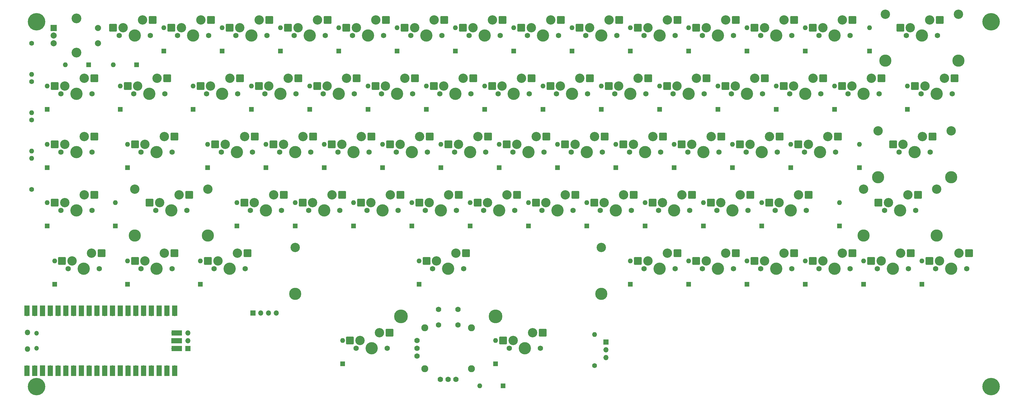
<source format=gbs>
%TF.GenerationSoftware,KiCad,Pcbnew,(6.0.5)*%
%TF.CreationDate,2022-06-12T15:49:35-04:00*%
%TF.ProjectId,pico_keyboard_v1,7069636f-5f6b-4657-9962-6f6172645f76,rev?*%
%TF.SameCoordinates,Original*%
%TF.FileFunction,Soldermask,Bot*%
%TF.FilePolarity,Negative*%
%FSLAX46Y46*%
G04 Gerber Fmt 4.6, Leading zero omitted, Abs format (unit mm)*
G04 Created by KiCad (PCBNEW (6.0.5)) date 2022-06-12 15:49:35*
%MOMM*%
%LPD*%
G01*
G04 APERTURE LIST*
G04 Aperture macros list*
%AMRoundRect*
0 Rectangle with rounded corners*
0 $1 Rounding radius*
0 $2 $3 $4 $5 $6 $7 $8 $9 X,Y pos of 4 corners*
0 Add a 4 corners polygon primitive as box body*
4,1,4,$2,$3,$4,$5,$6,$7,$8,$9,$2,$3,0*
0 Add four circle primitives for the rounded corners*
1,1,$1+$1,$2,$3*
1,1,$1+$1,$4,$5*
1,1,$1+$1,$6,$7*
1,1,$1+$1,$8,$9*
0 Add four rect primitives between the rounded corners*
20,1,$1+$1,$2,$3,$4,$5,0*
20,1,$1+$1,$4,$5,$6,$7,0*
20,1,$1+$1,$6,$7,$8,$9,0*
20,1,$1+$1,$8,$9,$2,$3,0*%
G04 Aperture macros list end*
%ADD10C,4.500000*%
%ADD11C,5.700000*%
%ADD12C,3.048000*%
%ADD13C,3.987800*%
%ADD14O,1.800000X1.800000*%
%ADD15O,1.500000X1.500000*%
%ADD16O,1.700000X1.700000*%
%ADD17R,1.700000X3.500000*%
%ADD18R,1.700000X1.700000*%
%ADD19R,3.500000X1.700000*%
%ADD20C,1.778000*%
%ADD21C,2.286000*%
%ADD22C,1.750000*%
%ADD23C,4.000000*%
%ADD24C,3.050000*%
%ADD25RoundRect,0.250000X-1.025000X-1.000000X1.025000X-1.000000X1.025000X1.000000X-1.025000X1.000000X0*%
%ADD26R,2.000000X2.000000*%
%ADD27C,2.000000*%
%ADD28C,3.200000*%
%ADD29C,1.600000*%
%ADD30O,1.600000X1.600000*%
%ADD31R,1.600000X1.600000*%
G04 APERTURE END LIST*
D10*
X204950000Y-181300000D03*
X174000000Y-181300000D03*
D11*
X55000000Y-204250000D03*
X366800000Y-204250000D03*
X366800000Y-85000000D03*
X55000000Y-85000000D03*
D12*
X139468750Y-158740000D03*
X239468750Y-158740000D03*
D13*
X139468750Y-173950000D03*
X239468750Y-173950000D03*
D12*
X325168250Y-139690000D03*
X349044250Y-139690000D03*
D13*
X325168250Y-154900000D03*
X349044250Y-154900000D03*
D12*
X87043250Y-139690000D03*
X110919250Y-139690000D03*
D13*
X87043250Y-154900000D03*
X110919250Y-154900000D03*
D12*
X329930750Y-120640000D03*
X353806750Y-120640000D03*
D13*
X329930750Y-135850000D03*
X353806750Y-135850000D03*
D12*
X332312000Y-82540000D03*
X356188000Y-82540000D03*
D13*
X332312000Y-97750000D03*
X356188000Y-97750000D03*
D14*
X52000000Y-191975000D03*
X52000000Y-186525000D03*
D15*
X55030000Y-186825000D03*
X55030000Y-191675000D03*
D16*
X51870000Y-180360000D03*
D17*
X51870000Y-179460000D03*
D16*
X54410000Y-180360000D03*
D17*
X54410000Y-179460000D03*
X56950000Y-179460000D03*
D18*
X56950000Y-180360000D03*
D16*
X59490000Y-180360000D03*
D17*
X59490000Y-179460000D03*
D16*
X62030000Y-180360000D03*
D17*
X62030000Y-179460000D03*
D16*
X64570000Y-180360000D03*
D17*
X64570000Y-179460000D03*
X67110000Y-179460000D03*
D16*
X67110000Y-180360000D03*
D18*
X69650000Y-180360000D03*
D17*
X69650000Y-179460000D03*
X72190000Y-179460000D03*
D16*
X72190000Y-180360000D03*
X74730000Y-180360000D03*
D17*
X74730000Y-179460000D03*
X77270000Y-179460000D03*
D16*
X77270000Y-180360000D03*
X79810000Y-180360000D03*
D17*
X79810000Y-179460000D03*
D18*
X82350000Y-180360000D03*
D17*
X82350000Y-179460000D03*
X84890000Y-179460000D03*
D16*
X84890000Y-180360000D03*
X87430000Y-180360000D03*
D17*
X87430000Y-179460000D03*
X89970000Y-179460000D03*
D16*
X89970000Y-180360000D03*
D17*
X92510000Y-179460000D03*
D16*
X92510000Y-180360000D03*
D17*
X95050000Y-179460000D03*
D18*
X95050000Y-180360000D03*
D16*
X97590000Y-180360000D03*
D17*
X97590000Y-179460000D03*
X100130000Y-179460000D03*
D16*
X100130000Y-180360000D03*
D17*
X100130000Y-199040000D03*
D16*
X100130000Y-198140000D03*
D17*
X97590000Y-199040000D03*
D16*
X97590000Y-198140000D03*
D17*
X95050000Y-199040000D03*
D18*
X95050000Y-198140000D03*
D16*
X92510000Y-198140000D03*
D17*
X92510000Y-199040000D03*
X89970000Y-199040000D03*
D16*
X89970000Y-198140000D03*
D17*
X87430000Y-199040000D03*
D16*
X87430000Y-198140000D03*
X84890000Y-198140000D03*
D17*
X84890000Y-199040000D03*
D18*
X82350000Y-198140000D03*
D17*
X82350000Y-199040000D03*
D16*
X79810000Y-198140000D03*
D17*
X79810000Y-199040000D03*
X77270000Y-199040000D03*
D16*
X77270000Y-198140000D03*
X74730000Y-198140000D03*
D17*
X74730000Y-199040000D03*
D16*
X72190000Y-198140000D03*
D17*
X72190000Y-199040000D03*
X69650000Y-199040000D03*
D18*
X69650000Y-198140000D03*
D17*
X67110000Y-199040000D03*
D16*
X67110000Y-198140000D03*
D17*
X64570000Y-199040000D03*
D16*
X64570000Y-198140000D03*
X62030000Y-198140000D03*
D17*
X62030000Y-199040000D03*
X59490000Y-199040000D03*
D16*
X59490000Y-198140000D03*
D17*
X56950000Y-199040000D03*
D18*
X56950000Y-198140000D03*
D17*
X54410000Y-199040000D03*
D16*
X54410000Y-198140000D03*
X51870000Y-198140000D03*
D17*
X51870000Y-199040000D03*
D19*
X100800000Y-186710000D03*
D16*
X99900000Y-186710000D03*
D18*
X99900000Y-189250000D03*
D19*
X100800000Y-189250000D03*
D16*
X99900000Y-191790000D03*
D19*
X100800000Y-191790000D03*
D20*
X186293750Y-179025000D03*
X192643750Y-179025000D03*
X186293750Y-184105000D03*
X192643750Y-184105000D03*
X186928750Y-201885000D03*
X189468750Y-201885000D03*
X192008750Y-201885000D03*
D21*
X181848750Y-185057500D03*
X181848750Y-198392500D03*
X197088750Y-198392500D03*
X197088750Y-185057500D03*
D20*
X179308750Y-189185000D03*
X179308750Y-191725000D03*
X179308750Y-194265000D03*
D22*
X358855000Y-165725000D03*
D23*
X353775000Y-165725000D03*
D24*
X349965000Y-163185000D03*
X356315000Y-160645000D03*
D22*
X348695000Y-165725000D03*
D25*
X346690000Y-163185000D03*
X359617000Y-160645000D03*
D22*
X73105000Y-108575000D03*
D23*
X68025000Y-108575000D03*
D24*
X64215000Y-106035000D03*
X70565000Y-103495000D03*
D22*
X62945000Y-108575000D03*
D25*
X60940000Y-106035000D03*
X73867000Y-103495000D03*
D24*
X351552500Y-103495000D03*
D22*
X343932500Y-108575000D03*
D24*
X345202500Y-106035000D03*
D23*
X349012500Y-108575000D03*
D22*
X354092500Y-108575000D03*
D25*
X341927500Y-106035000D03*
X354854500Y-103495000D03*
D22*
X339170000Y-89525000D03*
D24*
X340440000Y-86985000D03*
D23*
X344250000Y-89525000D03*
D24*
X346790000Y-84445000D03*
D22*
X349330000Y-89525000D03*
D25*
X337165000Y-86985000D03*
X350092000Y-84445000D03*
D22*
X339805000Y-165725000D03*
D23*
X334725000Y-165725000D03*
D24*
X330915000Y-163185000D03*
X337265000Y-160645000D03*
D22*
X329645000Y-165725000D03*
D25*
X327640000Y-163185000D03*
X340567000Y-160645000D03*
D22*
X320755000Y-165725000D03*
D23*
X315675000Y-165725000D03*
D24*
X311865000Y-163185000D03*
X318215000Y-160645000D03*
D22*
X310595000Y-165725000D03*
D25*
X308590000Y-163185000D03*
X321517000Y-160645000D03*
D24*
X338058750Y-125085000D03*
D22*
X336788750Y-127625000D03*
D24*
X344408750Y-122545000D03*
D22*
X346948750Y-127625000D03*
D23*
X341868750Y-127625000D03*
D25*
X334783750Y-125085000D03*
X347710750Y-122545000D03*
D22*
X330280000Y-108575000D03*
D23*
X325200000Y-108575000D03*
D24*
X321390000Y-106035000D03*
X327740000Y-103495000D03*
D22*
X320120000Y-108575000D03*
D25*
X318115000Y-106035000D03*
X331042000Y-103495000D03*
D22*
X320755000Y-89525000D03*
D23*
X315675000Y-89525000D03*
D24*
X311865000Y-86985000D03*
X318215000Y-84445000D03*
D22*
X310595000Y-89525000D03*
D25*
X308590000Y-86985000D03*
X321517000Y-84445000D03*
D22*
X301705000Y-165725000D03*
D23*
X296625000Y-165725000D03*
D24*
X292815000Y-163185000D03*
X299165000Y-160645000D03*
D22*
X291545000Y-165725000D03*
D25*
X289540000Y-163185000D03*
X302467000Y-160645000D03*
D23*
X337106250Y-146675000D03*
D22*
X342186250Y-146675000D03*
D24*
X339646250Y-141595000D03*
X333296250Y-144135000D03*
D22*
X332026250Y-146675000D03*
D25*
X330021250Y-144135000D03*
X342948250Y-141595000D03*
D22*
X315992500Y-127625000D03*
D23*
X310912500Y-127625000D03*
D24*
X307102500Y-125085000D03*
X313452500Y-122545000D03*
D22*
X305832500Y-127625000D03*
D25*
X303827500Y-125085000D03*
X316754500Y-122545000D03*
D22*
X311230000Y-108575000D03*
D23*
X306150000Y-108575000D03*
D24*
X302340000Y-106035000D03*
X308690000Y-103495000D03*
D22*
X301070000Y-108575000D03*
D25*
X299065000Y-106035000D03*
X311992000Y-103495000D03*
D22*
X301705000Y-89525000D03*
D23*
X296625000Y-89525000D03*
D24*
X292815000Y-86985000D03*
X299165000Y-84445000D03*
D22*
X291545000Y-89525000D03*
D25*
X289540000Y-86985000D03*
X302467000Y-84445000D03*
D22*
X73105000Y-146675000D03*
D23*
X68025000Y-146675000D03*
D24*
X64215000Y-144135000D03*
X70565000Y-141595000D03*
D22*
X62945000Y-146675000D03*
D25*
X60940000Y-144135000D03*
X73867000Y-141595000D03*
D22*
X306467500Y-146675000D03*
D23*
X301387500Y-146675000D03*
D24*
X297577500Y-144135000D03*
X303927500Y-141595000D03*
D22*
X296307500Y-146675000D03*
D25*
X294302500Y-144135000D03*
X307229500Y-141595000D03*
D22*
X296942500Y-127625000D03*
D23*
X291862500Y-127625000D03*
D24*
X288052500Y-125085000D03*
X294402500Y-122545000D03*
D22*
X286782500Y-127625000D03*
D25*
X284777500Y-125085000D03*
X297704500Y-122545000D03*
D22*
X292180000Y-108575000D03*
D23*
X287100000Y-108575000D03*
D24*
X283290000Y-106035000D03*
X289640000Y-103495000D03*
D22*
X282020000Y-108575000D03*
D25*
X280015000Y-106035000D03*
X292942000Y-103495000D03*
D22*
X282655000Y-89525000D03*
D23*
X277575000Y-89525000D03*
D24*
X273765000Y-86985000D03*
X280115000Y-84445000D03*
D22*
X272495000Y-89525000D03*
D25*
X270490000Y-86985000D03*
X283417000Y-84445000D03*
D22*
X282655000Y-165725000D03*
D23*
X277575000Y-165725000D03*
D24*
X273765000Y-163185000D03*
X280115000Y-160645000D03*
D22*
X272495000Y-165725000D03*
D25*
X270490000Y-163185000D03*
X283417000Y-160645000D03*
D22*
X287417500Y-146675000D03*
D23*
X282337500Y-146675000D03*
D24*
X278527500Y-144135000D03*
X284877500Y-141595000D03*
D22*
X277257500Y-146675000D03*
D25*
X275252500Y-144135000D03*
X288179500Y-141595000D03*
D22*
X277892500Y-127625000D03*
D23*
X272812500Y-127625000D03*
D24*
X269002500Y-125085000D03*
X275352500Y-122545000D03*
D22*
X267732500Y-127625000D03*
D25*
X265727500Y-125085000D03*
X278654500Y-122545000D03*
D22*
X273130000Y-108575000D03*
D23*
X268050000Y-108575000D03*
D24*
X264240000Y-106035000D03*
X270590000Y-103495000D03*
D22*
X262970000Y-108575000D03*
D25*
X260965000Y-106035000D03*
X273892000Y-103495000D03*
D22*
X263605000Y-89525000D03*
D23*
X258525000Y-89525000D03*
D24*
X254715000Y-86985000D03*
X261065000Y-84445000D03*
D22*
X253445000Y-89525000D03*
D25*
X251440000Y-86985000D03*
X264367000Y-84445000D03*
D22*
X263604999Y-165725000D03*
D23*
X258524999Y-165725000D03*
D24*
X254714999Y-163185000D03*
X261064999Y-160645000D03*
D22*
X253444999Y-165725000D03*
D25*
X251439999Y-163185000D03*
X264366999Y-160645000D03*
D22*
X268367500Y-146675000D03*
D23*
X263287500Y-146675000D03*
D24*
X259477500Y-144135000D03*
X265827500Y-141595000D03*
D22*
X258207500Y-146675000D03*
D25*
X256202500Y-144135000D03*
X269129500Y-141595000D03*
D22*
X258842500Y-127625000D03*
D23*
X253762500Y-127625000D03*
D24*
X249952500Y-125085000D03*
X256302500Y-122545000D03*
D22*
X248682500Y-127625000D03*
D25*
X246677500Y-125085000D03*
X259604500Y-122545000D03*
D22*
X254080000Y-108575000D03*
D23*
X249000000Y-108575000D03*
D24*
X245190000Y-106035000D03*
X251540000Y-103495000D03*
D22*
X243920000Y-108575000D03*
D25*
X241915000Y-106035000D03*
X254842000Y-103495000D03*
D22*
X244555000Y-89525000D03*
D23*
X239475000Y-89525000D03*
D24*
X235665000Y-86985000D03*
X242015000Y-84445000D03*
D22*
X234395000Y-89525000D03*
D25*
X232390000Y-86985000D03*
X245317000Y-84445000D03*
D22*
X249317500Y-146675000D03*
D23*
X244237500Y-146675000D03*
D24*
X240427500Y-144135000D03*
X246777500Y-141595000D03*
D22*
X239157500Y-146675000D03*
D25*
X237152500Y-144135000D03*
X250079500Y-141595000D03*
D22*
X239792500Y-127625000D03*
D23*
X234712500Y-127625000D03*
D24*
X230902500Y-125085000D03*
X237252500Y-122545000D03*
D22*
X229632500Y-127625000D03*
D25*
X227627500Y-125085000D03*
X240554500Y-122545000D03*
D22*
X235030000Y-108575000D03*
D23*
X229950000Y-108575000D03*
D24*
X226140000Y-106035000D03*
X232490000Y-103495000D03*
D22*
X224870000Y-108575000D03*
D25*
X222865000Y-106035000D03*
X235792000Y-103495000D03*
D22*
X225505000Y-89525000D03*
D23*
X220425000Y-89525000D03*
D24*
X216615000Y-86985000D03*
X222965000Y-84445000D03*
D22*
X215345000Y-89525000D03*
D25*
X213340000Y-86985000D03*
X226267000Y-84445000D03*
D22*
X219548750Y-191725000D03*
D23*
X214468750Y-191725000D03*
D24*
X210658750Y-189185000D03*
X217008750Y-186645000D03*
D22*
X209388750Y-191725000D03*
D25*
X207383750Y-189185000D03*
X220310750Y-186645000D03*
D22*
X230267500Y-146675000D03*
D23*
X225187500Y-146675000D03*
D24*
X221377500Y-144135000D03*
X227727500Y-141595000D03*
D22*
X220107500Y-146675000D03*
D25*
X218102500Y-144135000D03*
X231029500Y-141595000D03*
D22*
X220742500Y-127625000D03*
D23*
X215662500Y-127625000D03*
D24*
X211852500Y-125085000D03*
X218202500Y-122545000D03*
D22*
X210582500Y-127625000D03*
D25*
X208577500Y-125085000D03*
X221504500Y-122545000D03*
D22*
X215980000Y-108575000D03*
D23*
X210900000Y-108575000D03*
D24*
X207090000Y-106035000D03*
X213440000Y-103495000D03*
D22*
X205820000Y-108575000D03*
D25*
X203815000Y-106035000D03*
X216742000Y-103495000D03*
D22*
X206455000Y-89525000D03*
D23*
X201375000Y-89525000D03*
D24*
X197565000Y-86985000D03*
X203915000Y-84445000D03*
D22*
X196295000Y-89525000D03*
D25*
X194290000Y-86985000D03*
X207217000Y-84445000D03*
D24*
X192008750Y-160645000D03*
D23*
X189468750Y-165725000D03*
D22*
X184388750Y-165725000D03*
D24*
X185658750Y-163185000D03*
D22*
X194548750Y-165725000D03*
D25*
X182383750Y-163185000D03*
X195310750Y-160645000D03*
D22*
X211217500Y-146675000D03*
D23*
X206137500Y-146675000D03*
D24*
X202327500Y-144135000D03*
X208677500Y-141595000D03*
D22*
X201057500Y-146675000D03*
D25*
X199052500Y-144135000D03*
X211979500Y-141595000D03*
D22*
X201692500Y-127625000D03*
D23*
X196612500Y-127625000D03*
D24*
X192802500Y-125085000D03*
X199152500Y-122545000D03*
D22*
X191532500Y-127625000D03*
D25*
X189527500Y-125085000D03*
X202454500Y-122545000D03*
D22*
X196930000Y-108575000D03*
D23*
X191850000Y-108575000D03*
D24*
X188040000Y-106035000D03*
X194390000Y-103495000D03*
D22*
X186770000Y-108575000D03*
D25*
X184765000Y-106035000D03*
X197692000Y-103495000D03*
D22*
X187405000Y-89525000D03*
D23*
X182325000Y-89525000D03*
D24*
X178515000Y-86985000D03*
X184865000Y-84445000D03*
D22*
X177245000Y-89525000D03*
D25*
X175240000Y-86985000D03*
X188167000Y-84445000D03*
D22*
X73105000Y-127625000D03*
D23*
X68025000Y-127625000D03*
D24*
X64215000Y-125085000D03*
X70565000Y-122545000D03*
D22*
X62945000Y-127625000D03*
D25*
X60940000Y-125085000D03*
X73867000Y-122545000D03*
D22*
X192167500Y-146675000D03*
D23*
X187087500Y-146675000D03*
D24*
X183277500Y-144135000D03*
X189627500Y-141595000D03*
D22*
X182007500Y-146675000D03*
D25*
X180002500Y-144135000D03*
X192929500Y-141595000D03*
D22*
X182642500Y-127625000D03*
D23*
X177562500Y-127625000D03*
D24*
X173752500Y-125085000D03*
X180102500Y-122545000D03*
D22*
X172482500Y-127625000D03*
D25*
X170477500Y-125085000D03*
X183404500Y-122545000D03*
D22*
X177880000Y-108575000D03*
D23*
X172800000Y-108575000D03*
D24*
X168990000Y-106035000D03*
X175340000Y-103495000D03*
D22*
X167720000Y-108575000D03*
D25*
X165715000Y-106035000D03*
X178642000Y-103495000D03*
D22*
X168355000Y-89525000D03*
D23*
X163275000Y-89525000D03*
D24*
X159465000Y-86985000D03*
X165815000Y-84445000D03*
D22*
X158195000Y-89525000D03*
D25*
X156190000Y-86985000D03*
X169117000Y-84445000D03*
D22*
X169548750Y-191725000D03*
D23*
X164468750Y-191725000D03*
D24*
X160658750Y-189185000D03*
X167008750Y-186645000D03*
D22*
X159388750Y-191725000D03*
D25*
X157383750Y-189185000D03*
X170310750Y-186645000D03*
D22*
X173117500Y-146675000D03*
D23*
X168037500Y-146675000D03*
D24*
X164227500Y-144135000D03*
X170577500Y-141595000D03*
D22*
X162957500Y-146675000D03*
D25*
X160952500Y-144135000D03*
X173879500Y-141595000D03*
D22*
X163592500Y-127625000D03*
D23*
X158512500Y-127625000D03*
D24*
X154702500Y-125085000D03*
X161052500Y-122545000D03*
D22*
X153432500Y-127625000D03*
D25*
X151427500Y-125085000D03*
X164354500Y-122545000D03*
D22*
X158830000Y-108575000D03*
D23*
X153750000Y-108575000D03*
D24*
X149940000Y-106035000D03*
X156290000Y-103495000D03*
D22*
X148670000Y-108575000D03*
D25*
X146665000Y-106035000D03*
X159592000Y-103495000D03*
D22*
X149305000Y-89525000D03*
D23*
X144225000Y-89525000D03*
D24*
X140415000Y-86985000D03*
X146765000Y-84445000D03*
D22*
X139145000Y-89525000D03*
D25*
X137140000Y-86985000D03*
X150067000Y-84445000D03*
D22*
X123111250Y-165725000D03*
D23*
X118031250Y-165725000D03*
D24*
X120571250Y-160645000D03*
X114221250Y-163185000D03*
D22*
X112951250Y-165725000D03*
D25*
X110946250Y-163185000D03*
X123873250Y-160645000D03*
D22*
X154067500Y-146675000D03*
D23*
X148987500Y-146675000D03*
D24*
X145177500Y-144135000D03*
X151527500Y-141595000D03*
D22*
X143907500Y-146675000D03*
D25*
X141902500Y-144135000D03*
X154829500Y-141595000D03*
D22*
X144542500Y-127625000D03*
D23*
X139462500Y-127625000D03*
D24*
X135652500Y-125085000D03*
X142002500Y-122545000D03*
D22*
X134382500Y-127625000D03*
D25*
X132377500Y-125085000D03*
X145304500Y-122545000D03*
D22*
X139780000Y-108575000D03*
D23*
X134700000Y-108575000D03*
D24*
X130890000Y-106035000D03*
X137240000Y-103495000D03*
D22*
X129620000Y-108575000D03*
D25*
X127615000Y-106035000D03*
X140542000Y-103495000D03*
D22*
X130255000Y-89525000D03*
D23*
X125175000Y-89525000D03*
D24*
X121365000Y-86985000D03*
X127715000Y-84445000D03*
D22*
X120095000Y-89525000D03*
D25*
X118090000Y-86985000D03*
X131017000Y-84445000D03*
D22*
X99298750Y-165725000D03*
D23*
X94218750Y-165725000D03*
D24*
X96758750Y-160645000D03*
X90408750Y-163185000D03*
D22*
X89138750Y-165725000D03*
D25*
X87133750Y-163185000D03*
X100060750Y-160645000D03*
D22*
X135017500Y-146675000D03*
D23*
X129937500Y-146675000D03*
D24*
X126127500Y-144135000D03*
X132477500Y-141595000D03*
D22*
X124857500Y-146675000D03*
D25*
X122852500Y-144135000D03*
X135779500Y-141595000D03*
D22*
X125492500Y-127625000D03*
D23*
X120412500Y-127625000D03*
D24*
X116602500Y-125085000D03*
X122952500Y-122545000D03*
D22*
X115332500Y-127625000D03*
D25*
X113327500Y-125085000D03*
X126254500Y-122545000D03*
D22*
X120730000Y-108575000D03*
D23*
X115650000Y-108575000D03*
D24*
X111840000Y-106035000D03*
X118190000Y-103495000D03*
D22*
X110570000Y-108575000D03*
D25*
X108565000Y-106035000D03*
X121492000Y-103495000D03*
D22*
X111205000Y-89525000D03*
D23*
X106125000Y-89525000D03*
D24*
X102315000Y-86985000D03*
X108665000Y-84445000D03*
D22*
X101045000Y-89525000D03*
D25*
X99040000Y-86985000D03*
X111967000Y-84445000D03*
D22*
X75486250Y-165725000D03*
D23*
X70406250Y-165725000D03*
D24*
X72946250Y-160645000D03*
X66596250Y-163185000D03*
D22*
X65326250Y-165725000D03*
D25*
X63321250Y-163185000D03*
X76248250Y-160645000D03*
X104823250Y-141595000D03*
X91896250Y-144135000D03*
D23*
X98981250Y-146675000D03*
D22*
X104061250Y-146675000D03*
D24*
X101521250Y-141595000D03*
D22*
X93901250Y-146675000D03*
D24*
X95171250Y-144135000D03*
D23*
X94218750Y-127625000D03*
D22*
X99298750Y-127625000D03*
X89138750Y-127625000D03*
D24*
X96758750Y-122545000D03*
X90408750Y-125085000D03*
D25*
X87133750Y-125085000D03*
X100060750Y-122545000D03*
D24*
X94377500Y-103495000D03*
D22*
X86757500Y-108575000D03*
D24*
X88027500Y-106035000D03*
D23*
X91837500Y-108575000D03*
D22*
X96917500Y-108575000D03*
D25*
X84752500Y-106035000D03*
X97679500Y-103495000D03*
D22*
X92155000Y-89525000D03*
D23*
X87075000Y-89525000D03*
D24*
X83265000Y-86985000D03*
X89615000Y-84445000D03*
D22*
X81995000Y-89525000D03*
D25*
X79990000Y-86985000D03*
X92917000Y-84445000D03*
D26*
X60545000Y-87045000D03*
D27*
X60545000Y-92045000D03*
X60545000Y-89545000D03*
D28*
X68045000Y-83945000D03*
X68045000Y-95145000D03*
D27*
X75045000Y-92045000D03*
X75045000Y-87045000D03*
D29*
X237250000Y-197380000D03*
D30*
X237250000Y-187220000D03*
D29*
X53350000Y-92070000D03*
D30*
X53350000Y-102230000D03*
D29*
X53350000Y-104586666D03*
D30*
X53350000Y-114746666D03*
D29*
X53350000Y-117103332D03*
D30*
X53350000Y-127263332D03*
D29*
X53350000Y-139780000D03*
D30*
X53350000Y-129620000D03*
D18*
X241000000Y-189670000D03*
D16*
X241000000Y-192210000D03*
X241000000Y-194750000D03*
D18*
X104450000Y-191775000D03*
D16*
X104450000Y-189235000D03*
X104450000Y-186695000D03*
D18*
X125688750Y-180225000D03*
D16*
X128228750Y-180225000D03*
X130768750Y-180225000D03*
X133308750Y-180225000D03*
D31*
X344250000Y-170805000D03*
D30*
X344250000Y-163185000D03*
D31*
X58500000Y-113655000D03*
D30*
X58500000Y-106035000D03*
D31*
X339487500Y-113655000D03*
D30*
X339487500Y-106035000D03*
D31*
X327150000Y-94610000D03*
D30*
X327150000Y-86990000D03*
D31*
X325200000Y-170805000D03*
D30*
X325200000Y-163185000D03*
D31*
X306150000Y-170805000D03*
D30*
X306150000Y-163185000D03*
D31*
X323850000Y-132705000D03*
D30*
X323850000Y-125085000D03*
D31*
X315675000Y-113655000D03*
D30*
X315675000Y-106035000D03*
D31*
X306150000Y-94605000D03*
D30*
X306150000Y-86985000D03*
D31*
X287100000Y-170805000D03*
D30*
X287100000Y-163185000D03*
D31*
X317300000Y-151755000D03*
D30*
X317300000Y-144135000D03*
D31*
X301387500Y-132705000D03*
D30*
X301387500Y-125085000D03*
D31*
X296625000Y-113655000D03*
D30*
X296625000Y-106035000D03*
D31*
X287100000Y-94605000D03*
D30*
X287100000Y-86985000D03*
D31*
X58500000Y-151755000D03*
D30*
X58500000Y-144135000D03*
D31*
X291862500Y-151755000D03*
D30*
X291862500Y-144135000D03*
D31*
X282337500Y-132705000D03*
D30*
X282337500Y-125085000D03*
D31*
X277575000Y-113655000D03*
D30*
X277575000Y-106035000D03*
D31*
X268050000Y-94605000D03*
D30*
X268050000Y-86985000D03*
D31*
X268050000Y-170805000D03*
D30*
X268050000Y-163185000D03*
D31*
X272812500Y-151755000D03*
D30*
X272812500Y-144135000D03*
D31*
X263287500Y-132705000D03*
D30*
X263287500Y-125085000D03*
D31*
X258525000Y-113655000D03*
D30*
X258525000Y-106035000D03*
D31*
X249000000Y-94605000D03*
D30*
X249000000Y-86985000D03*
D31*
X248999999Y-170805000D03*
D30*
X248999999Y-163185000D03*
D31*
X253762500Y-151755000D03*
D30*
X253762500Y-144135000D03*
D31*
X244237500Y-132705000D03*
D30*
X244237500Y-125085000D03*
D31*
X239475000Y-113655000D03*
D30*
X239475000Y-106035000D03*
D31*
X229950000Y-94605000D03*
D30*
X229950000Y-86985000D03*
D31*
X234712500Y-151755000D03*
D30*
X234712500Y-144135000D03*
D31*
X225187500Y-132705000D03*
D30*
X225187500Y-125085000D03*
D31*
X220425000Y-113655000D03*
D30*
X220425000Y-106035000D03*
D31*
X210900000Y-94605000D03*
D30*
X210900000Y-86985000D03*
D31*
X204943750Y-196805000D03*
D30*
X204943750Y-189185000D03*
D31*
X215662500Y-151755000D03*
D30*
X215662500Y-144135000D03*
D31*
X206137500Y-132705000D03*
D30*
X206137500Y-125085000D03*
D31*
X201375000Y-113655000D03*
D30*
X201375000Y-106035000D03*
D31*
X191850000Y-94605000D03*
D30*
X191850000Y-86985000D03*
D31*
X179943750Y-170805000D03*
D30*
X179943750Y-163185000D03*
D31*
X196612500Y-151755000D03*
D30*
X196612500Y-144135000D03*
D31*
X187087500Y-132705000D03*
D30*
X187087500Y-125085000D03*
D31*
X182325000Y-113655000D03*
D30*
X182325000Y-106035000D03*
D31*
X172800000Y-94605000D03*
D30*
X172800000Y-86985000D03*
D31*
X58500000Y-132705000D03*
D30*
X58500000Y-125085000D03*
D31*
X177562500Y-151755000D03*
D30*
X177562500Y-144135000D03*
D31*
X168037500Y-132705000D03*
D30*
X168037500Y-125085000D03*
D31*
X163275000Y-113655000D03*
D30*
X163275000Y-106035000D03*
D31*
X153750000Y-94605000D03*
D30*
X153750000Y-86985000D03*
D31*
X154943750Y-196805000D03*
D30*
X154943750Y-189185000D03*
D31*
X158512500Y-151755000D03*
D30*
X158512500Y-144135000D03*
D31*
X148987500Y-132705000D03*
D30*
X148987500Y-125085000D03*
D31*
X144225000Y-113655000D03*
D30*
X144225000Y-106035000D03*
D31*
X134700000Y-94605000D03*
D30*
X134700000Y-86985000D03*
D31*
X108506250Y-170805000D03*
D30*
X108506250Y-163185000D03*
D31*
X139462500Y-151755000D03*
D30*
X139462500Y-144135000D03*
D31*
X129937500Y-132705000D03*
D30*
X129937500Y-125085000D03*
D31*
X125175000Y-113655000D03*
D30*
X125175000Y-106035000D03*
D31*
X115649999Y-94605000D03*
D30*
X115649999Y-86985000D03*
D31*
X84693750Y-170805000D03*
D30*
X84693750Y-163185000D03*
D31*
X120412500Y-151755000D03*
D30*
X120412500Y-144135000D03*
D31*
X110887499Y-132705000D03*
D30*
X110887499Y-125085000D03*
D31*
X106125000Y-113655000D03*
D30*
X106125000Y-106035000D03*
D31*
X96600000Y-94605000D03*
D30*
X96600000Y-86985000D03*
D31*
X60881250Y-170805000D03*
D30*
X60881250Y-163185000D03*
X80750000Y-144135000D03*
D31*
X80750000Y-151755000D03*
X84693750Y-132705000D03*
D30*
X84693750Y-125085000D03*
D31*
X82312500Y-113655000D03*
D30*
X82312500Y-106035000D03*
D31*
X87650000Y-99100000D03*
D30*
X80030000Y-99100000D03*
D31*
X72000000Y-99050000D03*
D30*
X64380000Y-99050000D03*
D31*
X207360000Y-203950000D03*
D30*
X199740000Y-203950000D03*
M02*

</source>
